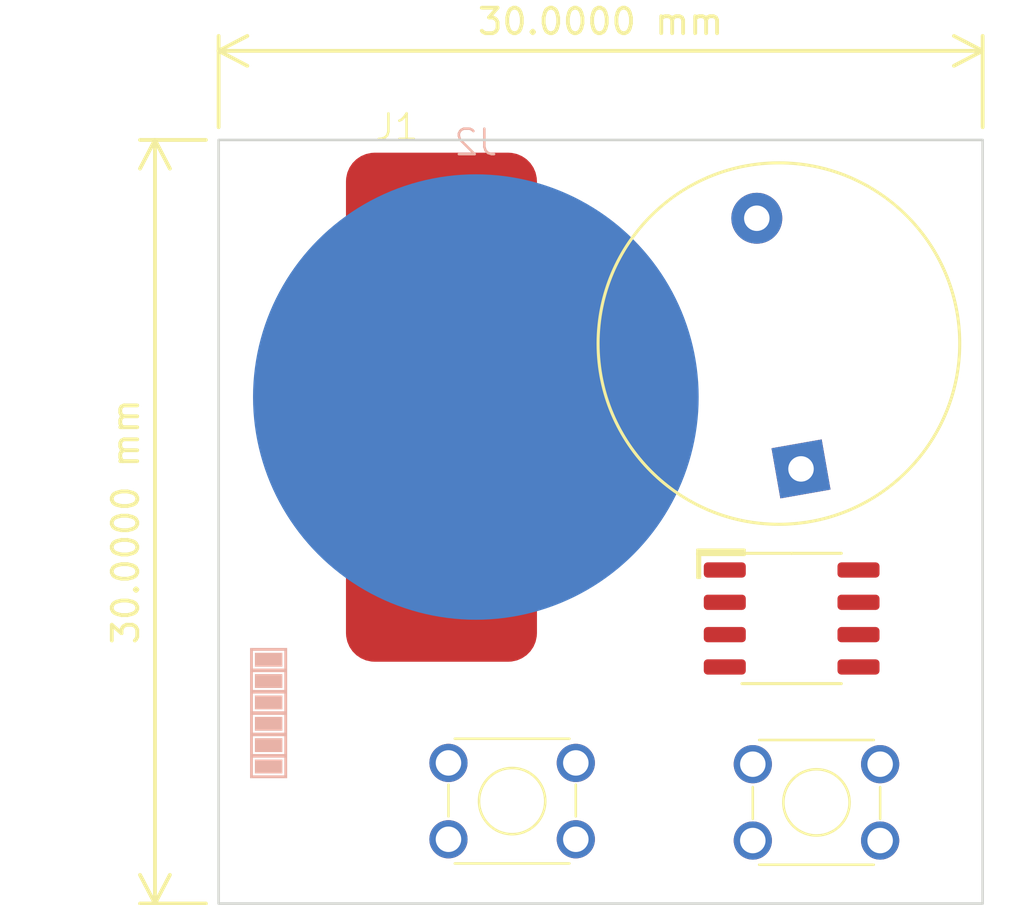
<source format=kicad_pcb>
(kicad_pcb (version 20221018) (generator pcbnew)
  (layers (0 "F.Cu" signal) (31 "B.Cu" signal) (34 "B.Paste" user) (35 "F.Paste" user) (36 "B.SilkS" user "B.Silkscreen") (37 "F.SilkS" user "F.Silkscreen") (38 "B.Mask" user) (39 "F.Mask" user) (44 "Edge.Cuts" user))
  (net 0 "")
  (net 1 "+3V0")
  (net 2 "GND")
  (net 3 "Net-(BZ1--)")
  (net 4 "Net-(IC1-PA7)")
  (net 5 "Net-(IC1-PA6)")
  (footprint "clover_timer:SW_TS4548CJ" (layer "F.Cu") (at 185.975 97.525 180)
    (fp_text reference "SW2" hide)
    (fp_text value "SW_Push")
    (fp_line (start 0 0.85) (end 0 2.1) (stroke (width 0.1)) (layer "F.SilkS"))
    (fp_line (start 0.25 -0.95) (end 4.75 -0.95) (stroke (width 0.1)) (layer "F.SilkS"))
    (fp_line (start 0.25 3.95) (end 4.75 3.95) (stroke (width 0.1)) (layer "F.SilkS"))
    (fp_line (start 5 0.85) (end 5 2.1) (stroke (width 0.1)) (layer "F.SilkS"))
    (fp_circle (center 2.5 1.5) (end 3.8 1.5) (stroke (width 0.1)) (fill none) (layer "F.SilkS"))
    (pad "1" thru_hole circle (at 0 3 180) (size 1.5 1.5) (drill 1) (layers "*.Cu" "*.Mask") (net 2 "GND"))
    (pad "1" thru_hole circle (at 5 3 180) (size 1.5 1.5) (drill 1) (layers "*.Cu" "*.Mask") (net 2 "GND"))
    (pad "2" thru_hole circle (at 0 0 180) (size 1.5 1.5) (drill 1) (layers "*.Cu" "*.Mask") (net 5 "Net-(IC1-PA6)"))
    (pad "2" thru_hole circle (at 5 0 180) (size 1.5 1.5) (drill 1) (layers "*.Cu" "*.Mask") (net 5 "Net-(IC1-PA6)"))
  )
  (footprint "Package_SO:SOP-8_3.9x4.9mm_P1.27mm" (layer "F.Cu") (at 182.5 88.8)
    (fp_text reference "IC1" hide)
    (fp_text value "PMS150G-S08")
    (fp_line (start 0 -2.56) (end -3.45 -2.56) (stroke (width 0.12)) (layer "F.SilkS"))
    (fp_line (start 0 -2.56) (end 1.95 -2.56) (stroke (width 0.12)) (layer "F.SilkS"))
    (fp_line (start 0 2.56) (end -1.95 2.56) (stroke (width 0.12)) (layer "F.SilkS"))
    (fp_line (start 0 2.56) (end 1.95 2.56) (stroke (width 0.12)) (layer "F.SilkS"))
    (fp_rect (start -3.7 -2.7) (end -1.85 -2.5) (stroke (width 0.1)) (fill solid) (layer "F.SilkS"))
    (fp_rect (start -3.7 -2.56) (end -3.6 -1.6) (stroke (width 0.1)) (fill solid) (layer "F.SilkS"))
    (pad "1" smd roundrect (at -2.625 -1.905) (size 1.65 0.6) (layers "F.Cu" "F.Paste" "F.Mask") (net 1 "+3V0"))
    (pad "2" smd roundrect (at -2.625 -0.635) (size 1.65 0.6) (layers "F.Cu" "F.Paste" "F.Mask") (net 4 "Net-(IC1-PA7)"))
    (pad "3" smd roundrect (at -2.625 0.635) (size 1.65 0.6) (layers "F.Cu" "F.Paste" "F.Mask") (net 5 "Net-(IC1-PA6)"))
    (pad "4" smd roundrect (at -2.625 1.905) (size 1.65 0.6) (layers "F.Cu" "F.Paste" "F.Mask"))
    (pad "5" smd roundrect (at 2.625 1.905) (size 1.65 0.6) (layers "F.Cu" "F.Paste" "F.Mask") (net 3 "Net-(BZ1--)"))
    (pad "6" smd roundrect (at 2.625 0.635) (size 1.65 0.6) (layers "F.Cu" "F.Paste" "F.Mask"))
    (pad "7" smd roundrect (at 2.625 -0.635) (size 1.65 0.6) (layers "F.Cu" "F.Paste" "F.Mask"))
    (pad "8" smd roundrect (at 2.625 -1.905) (size 1.65 0.6) (layers "F.Cu" "F.Paste" "F.Mask") (net 2 "GND"))
  )
  (footprint "Buzzer_Beeper:Buzzer_D14mm_H7mm_P10mm" (layer "F.Cu") (at 182.868241 82.924039 100)
    (fp_text reference "BZ1" hide)
    (fp_text value "Buzzer")
    (fp_circle (center 5 0) (end 12.1 0) (stroke (width 0.12)) (fill none) (layer "F.SilkS"))
    (pad "1" thru_hole rect (at 0 0 100) (size 2 2) (drill 1) (layers "*.Cu" "*.Mask") (net 3 "Net-(BZ1--)"))
    (pad "2" thru_hole circle (at 10 0 100) (size 2 2) (drill 1) (layers "*.Cu" "*.Mask") (net 1 "+3V0"))
  )
  (footprint "clover_timer:SW_TS4548CJ" (layer "F.Cu") (at 169.025 94.475)
    (fp_text reference "SW1" hide)
    (fp_text value "SW_Push")
    (fp_line (start 0 0.85) (end 0 2.1) (stroke (width 0.1)) (layer "F.SilkS"))
    (fp_line (start 0.25 -0.95) (end 4.75 -0.95) (stroke (width 0.1)) (layer "F.SilkS"))
    (fp_line (start 0.25 3.95) (end 4.75 3.95) (stroke (width 0.1)) (layer "F.SilkS"))
    (fp_line (start 5 0.85) (end 5 2.1) (stroke (width 0.1)) (layer "F.SilkS"))
    (fp_circle (center 2.5 1.5) (end 3.8 1.5) (stroke (width 0.1)) (fill none) (layer "F.SilkS"))
    (pad "1" thru_hole circle (at 0 3) (size 1.5 1.5) (drill 1) (layers "*.Cu" "*.Mask") (net 2 "GND"))
    (pad "1" thru_hole circle (at 5 3) (size 1.5 1.5) (drill 1) (layers "*.Cu" "*.Mask") (net 2 "GND"))
    (pad "2" thru_hole circle (at 0 0) (size 1.5 1.5) (drill 1) (layers "*.Cu" "*.Mask") (net 4 "Net-(IC1-PA7)"))
    (pad "2" thru_hole circle (at 5 0) (size 1.5 1.5) (drill 1) (layers "*.Cu" "*.Mask") (net 4 "Net-(IC1-PA7)"))
  )
  (footprint "clover_timer:CR2032_Plus" (layer "F.Cu") (at 160 80.5)
    (fp_text reference "J1" (at 7 -11 unlocked) (layer "F.SilkS") (effects (font (thickness 0.1))))
    (fp_text value "CR2032_Plus")
    (pad "1" smd roundrect (at 8.75 0) (size 7.5 20) (layers "F.Cu" "F.Paste" "F.Mask") (roundrect_rratio 0.15) (net 1 "+3V0"))
  )
  (footprint "clover_timer:CR2032_GND" (layer "B.Cu") (at 170.1 80.1 180)
    (fp_text reference "J2" (at 0 10 unlocked) (layer "B.SilkS") (effects (font (thickness 0.1)) (justify mirror)))
    (fp_text value "CR2032_Minus")
    (pad "1" smd circle (at 0 0 180) (size 17.5 17.5) (layers "B.Cu" "B.Paste" "B.Mask") (net 2 "GND"))
  )
  (gr_rect (start 160 70) (end 190 100) (stroke (width 0.1)) (fill none) (layer "Edge.Cuts"))
  (gr_text "センサー街道" (at 162.5 90 90) (layer "B.SilkS" knockout) (effects (font (size 1 1) (thickness 0.125)) (justify left bottom mirror)))
  (dimension (type aligned) (layer "F.SilkS") (pts (xy 160 70) (xy 190 70)) (height -3.5) (gr_text "30.0000 mm" (at 175 65.35) (layer "F.SilkS") (effects (font (size 1 1) (thickness 0.15)))) (format (prefix "") (suffix "") (units 3) (units_format 1) (precision 4)) (style (thickness 0.15) (arrow_length 1.27) (text_position_mode 0) (extension_height 0.58642) (extension_offset 0.5) keep_text_aligned))
  (dimension (type aligned) (layer "F.SilkS") (pts (xy 160 70) (xy 160 100)) (height 2.5) (gr_text "30.0000 mm" (at 156.35 85 90) (layer "F.SilkS") (effects (font (size 1 1) (thickness 0.15)))) (format (prefix "") (suffix "") (units 3) (units_format 1) (precision 4)) (style (thickness 0.15) (arrow_length 1.27) (text_position_mode 0) (extension_height 0.58642) (extension_offset 0.5) keep_text_aligned))
)
</source>
